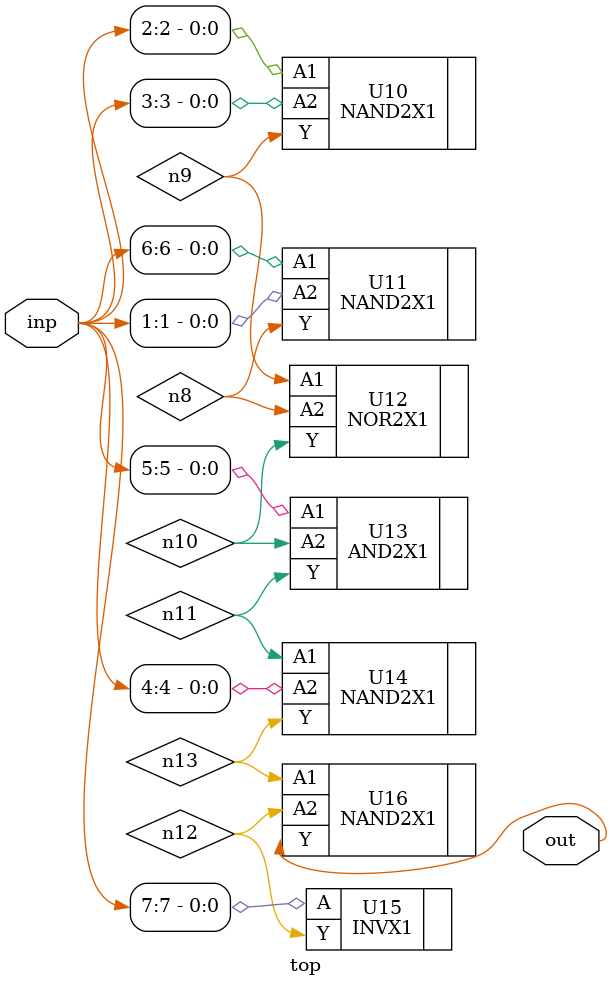
<source format=sv>


module top ( inp, out );
  input [7:0] inp;
  output out;
  wire   n8, n9, n10, n11, n12, n13;

  NAND2X1 U10 ( .A1(inp[2]), .A2(inp[3]), .Y(n9) );
  NAND2X1 U11 ( .A1(inp[6]), .A2(inp[1]), .Y(n8) );
  NOR2X1 U12 ( .A1(n9), .A2(n8), .Y(n10) );
  AND2X1 U13 ( .A1(inp[5]), .A2(n10), .Y(n11) );
  NAND2X1 U14 ( .A1(n11), .A2(inp[4]), .Y(n13) );
  INVX1 U15 ( .A(inp[7]), .Y(n12) );
  NAND2X1 U16 ( .A1(n13), .A2(n12), .Y(out) );
endmodule


</source>
